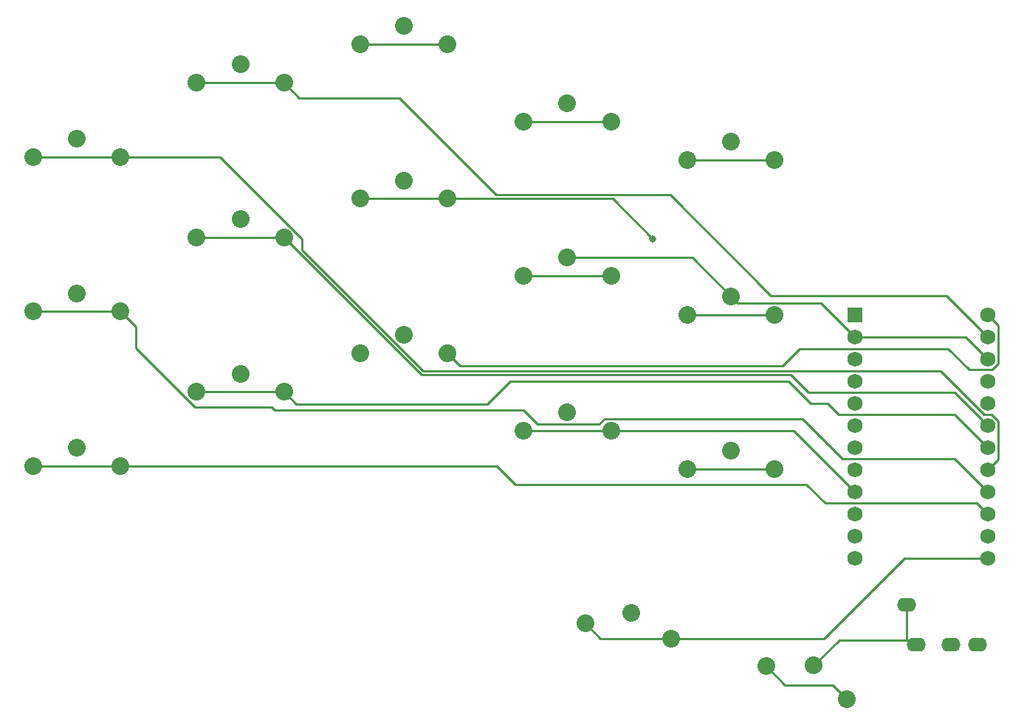
<source format=gtl>
%TF.GenerationSoftware,KiCad,Pcbnew,(6.0.1)*%
%TF.CreationDate,2022-01-21T15:58:58-05:00*%
%TF.ProjectId,quagga,71756167-6761-42e6-9b69-6361645f7063,v1.0.0*%
%TF.SameCoordinates,Original*%
%TF.FileFunction,Copper,L1,Top*%
%TF.FilePolarity,Positive*%
%FSLAX46Y46*%
G04 Gerber Fmt 4.6, Leading zero omitted, Abs format (unit mm)*
G04 Created by KiCad (PCBNEW (6.0.1)) date 2022-01-21 15:58:58*
%MOMM*%
%LPD*%
G01*
G04 APERTURE LIST*
%TA.AperFunction,ComponentPad*%
%ADD10C,2.032000*%
%TD*%
%TA.AperFunction,ComponentPad*%
%ADD11O,2.200000X1.600000*%
%TD*%
%TA.AperFunction,ComponentPad*%
%ADD12R,1.752600X1.752600*%
%TD*%
%TA.AperFunction,ComponentPad*%
%ADD13C,1.752600*%
%TD*%
%TA.AperFunction,ViaPad*%
%ADD14C,0.800000*%
%TD*%
%TA.AperFunction,Conductor*%
%ADD15C,0.250000*%
%TD*%
G04 APERTURE END LIST*
D10*
X118290824Y-155409490D03*
X128138902Y-157145971D03*
X123579524Y-154209634D03*
X123579524Y-154209634D03*
X64990000Y-137375000D03*
X54990000Y-137375000D03*
X59990000Y-135275000D03*
X59990000Y-135275000D03*
X92490000Y-124417500D03*
X102490000Y-124417500D03*
X97490000Y-122317500D03*
X97490000Y-122317500D03*
X54990000Y-101875000D03*
X64990000Y-101875000D03*
X59990000Y-99775000D03*
X59990000Y-99775000D03*
X129990000Y-119980000D03*
X139990000Y-119980000D03*
X134990000Y-117880000D03*
X134990000Y-117880000D03*
X73740000Y-93355000D03*
X83740000Y-93355000D03*
X78740000Y-91255000D03*
X78740000Y-91255000D03*
X92490000Y-88917500D03*
X102490000Y-88917500D03*
X97490000Y-86817500D03*
X97490000Y-86817500D03*
X64990000Y-119625000D03*
X54990000Y-119625000D03*
X59990000Y-117525000D03*
X59990000Y-117525000D03*
X139027586Y-160338668D03*
X148299424Y-164084734D03*
X144450179Y-160264615D03*
X144450179Y-160264615D03*
X121240000Y-97792500D03*
X111240000Y-97792500D03*
X116240000Y-95692500D03*
X116240000Y-95692500D03*
X129990000Y-102230000D03*
X139990000Y-102230000D03*
X134990000Y-100130000D03*
X134990000Y-100130000D03*
X92490000Y-106667500D03*
X102490000Y-106667500D03*
X97490000Y-104567500D03*
X97490000Y-104567500D03*
X73740000Y-128855000D03*
X83740000Y-128855000D03*
X78740000Y-126755000D03*
X78740000Y-126755000D03*
D11*
X155152500Y-153275000D03*
X156252500Y-157875000D03*
X160252500Y-157875000D03*
X163252500Y-157875000D03*
D10*
X139990000Y-137730000D03*
X129990000Y-137730000D03*
X134990000Y-135630000D03*
X134990000Y-135630000D03*
X121240000Y-133292500D03*
X111240000Y-133292500D03*
X116240000Y-131192500D03*
X116240000Y-131192500D03*
D12*
X149225000Y-120015000D03*
D13*
X149225000Y-122555000D03*
X149225000Y-125095000D03*
X149225000Y-127635000D03*
X149225000Y-130175000D03*
X149225000Y-132715000D03*
X149225000Y-135255000D03*
X149225000Y-137795000D03*
X149225000Y-140335000D03*
X149225000Y-142875000D03*
X149225000Y-145415000D03*
X149225000Y-147955000D03*
X164465000Y-120015000D03*
X164465000Y-122555000D03*
X164465000Y-125095000D03*
X164465000Y-127635000D03*
X164465000Y-130175000D03*
X164465000Y-132715000D03*
X164465000Y-135255000D03*
X164465000Y-137795000D03*
X164465000Y-140335000D03*
X164465000Y-142875000D03*
X164465000Y-145415000D03*
X164465000Y-147955000D03*
D10*
X83740000Y-111105000D03*
X73740000Y-111105000D03*
X78740000Y-109005000D03*
X78740000Y-109005000D03*
X111240000Y-115542500D03*
X121240000Y-115542500D03*
X116240000Y-113442500D03*
X116240000Y-113442500D03*
D14*
X126042500Y-111270700D03*
D15*
X164465000Y-142875000D02*
X163195000Y-141605000D01*
X108182100Y-137375000D02*
X64990000Y-137375000D01*
X163195000Y-141605000D02*
X145817600Y-141605000D01*
X143656200Y-139443600D02*
X110250700Y-139443600D01*
X54990000Y-137375000D02*
X64990000Y-137375000D01*
X110250700Y-139443600D02*
X108182100Y-137375000D01*
X145817600Y-141605000D02*
X143656200Y-139443600D01*
X155152500Y-157312300D02*
X147402500Y-157312300D01*
X147402500Y-157312300D02*
X144450200Y-160264600D01*
X149225000Y-122555000D02*
X145289900Y-118619900D01*
X156252500Y-157312300D02*
X155152500Y-157312300D01*
X130552500Y-113442500D02*
X134990000Y-117880000D01*
X155152500Y-157312300D02*
X155152500Y-154400300D01*
X155152500Y-153275000D02*
X155152500Y-154400300D01*
X161925000Y-122555000D02*
X149225000Y-122555000D01*
X145289900Y-118619900D02*
X135729900Y-118619900D01*
X164465000Y-125095000D02*
X161925000Y-122555000D01*
X116240000Y-113442500D02*
X130552500Y-113442500D01*
X135729900Y-118619900D02*
X134990000Y-117880000D01*
X156252500Y-157875000D02*
X156252500Y-157312300D01*
X143181100Y-131946300D02*
X147759800Y-136525000D01*
X120486200Y-131946300D02*
X143181100Y-131946300D01*
X64990000Y-119625000D02*
X54990000Y-119625000D01*
X73529300Y-130568600D02*
X82352100Y-130568600D01*
X160655000Y-136525000D02*
X164465000Y-140335000D01*
X111199900Y-130909400D02*
X112852700Y-132562200D01*
X66750100Y-121385100D02*
X66750100Y-123789400D01*
X147759800Y-136525000D02*
X160655000Y-136525000D01*
X64990000Y-119625000D02*
X66750100Y-121385100D01*
X66750100Y-123789400D02*
X73529300Y-130568600D01*
X82352100Y-130568600D02*
X82692900Y-130909400D01*
X119870300Y-132562200D02*
X120486200Y-131946300D01*
X82692900Y-130909400D02*
X111199900Y-130909400D01*
X112852700Y-132562200D02*
X119870300Y-132562200D01*
X165685400Y-132206500D02*
X164923900Y-131445000D01*
X165685400Y-136574600D02*
X165685400Y-132206500D01*
X164923900Y-131445000D02*
X164033400Y-131445000D01*
X85809800Y-111275000D02*
X76409800Y-101875000D01*
X76409800Y-101875000D02*
X64990000Y-101875000D01*
X64990000Y-101875000D02*
X54990000Y-101875000D01*
X99693900Y-126422000D02*
X85809800Y-112537900D01*
X85809800Y-112537900D02*
X85809800Y-111275000D01*
X164033400Y-131445000D02*
X159010400Y-126422000D01*
X159010400Y-126422000D02*
X99693900Y-126422000D01*
X164465000Y-137795000D02*
X165685400Y-136574600D01*
X109654300Y-127635000D02*
X141605000Y-127635000D01*
X83740000Y-128855000D02*
X73740000Y-128855000D01*
X85144300Y-130259300D02*
X107030000Y-130259300D01*
X146050000Y-130175000D02*
X147320000Y-131445000D01*
X83740000Y-128855000D02*
X85144300Y-130259300D01*
X144145000Y-130175000D02*
X146050000Y-130175000D01*
X147320000Y-131445000D02*
X160655000Y-131445000D01*
X160655000Y-131445000D02*
X164465000Y-135255000D01*
X141605000Y-127635000D02*
X144145000Y-130175000D01*
X107030000Y-130259300D02*
X109654300Y-127635000D01*
X73740000Y-111105000D02*
X83740000Y-111105000D01*
X99542100Y-126907100D02*
X141851700Y-126907100D01*
X143849600Y-128905000D02*
X160655000Y-128905000D01*
X83740000Y-111105000D02*
X99542100Y-126907100D01*
X160655000Y-128905000D02*
X164465000Y-132715000D01*
X141851700Y-126907100D02*
X143849600Y-128905000D01*
X164465000Y-122555000D02*
X159708100Y-117798100D01*
X108104800Y-106217100D02*
X97002800Y-95115100D01*
X139594600Y-117798100D02*
X128013600Y-106217100D01*
X159708100Y-117798100D02*
X139594600Y-117798100D01*
X83740000Y-93355000D02*
X73740000Y-93355000D01*
X85500100Y-95115100D02*
X83740000Y-93355000D01*
X97002800Y-95115100D02*
X85500100Y-95115100D01*
X128013600Y-106217100D02*
X108104800Y-106217100D01*
X164465000Y-120015000D02*
X165673500Y-121223500D01*
X165673500Y-121223500D02*
X165673500Y-125587600D01*
X162345900Y-126309500D02*
X159916000Y-123879600D01*
X164951600Y-126309500D02*
X162345900Y-126309500D01*
X165673500Y-125587600D02*
X164951600Y-126309500D01*
X159916000Y-123879600D02*
X142909900Y-123879600D01*
X103917200Y-125844700D02*
X102490000Y-124417500D01*
X142909900Y-123879600D02*
X140944800Y-125844700D01*
X140944800Y-125844700D02*
X103917200Y-125844700D01*
X102490000Y-106667500D02*
X92490000Y-106667500D01*
X121439300Y-106667500D02*
X126042500Y-111270700D01*
X102490000Y-106667500D02*
X121439300Y-106667500D01*
X102490000Y-88917500D02*
X92490000Y-88917500D01*
X121240000Y-133292500D02*
X142182500Y-133292500D01*
X142182500Y-133292500D02*
X149225000Y-140335000D01*
X111240000Y-133292500D02*
X121240000Y-133292500D01*
X121240000Y-115542500D02*
X111240000Y-115542500D01*
X111240000Y-97792500D02*
X121240000Y-97792500D01*
X129990000Y-137730000D02*
X139990000Y-137730000D01*
X139990000Y-119980000D02*
X129990000Y-119980000D01*
X139990000Y-102230000D02*
X129990000Y-102230000D01*
X141187300Y-162498400D02*
X139027600Y-160338700D01*
X146713100Y-162498400D02*
X141187300Y-162498400D01*
X148299400Y-164084700D02*
X146713100Y-162498400D01*
X145671800Y-157146000D02*
X128138900Y-157146000D01*
X164465000Y-147955000D02*
X154862800Y-147955000D01*
X154862800Y-147955000D02*
X145671800Y-157146000D01*
X128138900Y-157146000D02*
X120027300Y-157146000D01*
X120027300Y-157146000D02*
X118290800Y-155409500D01*
M02*

</source>
